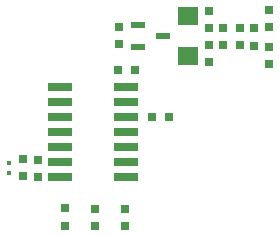
<source format=gtp>
G04*
G04 #@! TF.GenerationSoftware,Altium Limited,Altium Designer,20.0.13 (296)*
G04*
G04 Layer_Color=8421504*
%FSLAX25Y25*%
%MOIN*%
G70*
G01*
G75*
%ADD18R,0.02953X0.03150*%
%ADD19R,0.03150X0.02953*%
%ADD20R,0.05118X0.02362*%
%ADD21R,0.07000X0.06400*%
%ADD22R,0.08000X0.02600*%
%ADD23R,0.01772X0.01772*%
D18*
X553646Y222000D02*
D03*
X559354D02*
D03*
X547854Y237500D02*
D03*
X542146D02*
D03*
X582854Y251500D02*
D03*
X577146D02*
D03*
X582854Y246000D02*
D03*
X577146D02*
D03*
D19*
X544500Y185646D02*
D03*
Y191354D02*
D03*
X534500D02*
D03*
Y185646D02*
D03*
X524500Y185791D02*
D03*
Y191500D02*
D03*
X592500Y252000D02*
D03*
Y257709D02*
D03*
X572500Y251500D02*
D03*
Y257209D02*
D03*
X587500Y251500D02*
D03*
Y245791D02*
D03*
X542500Y251854D02*
D03*
Y246146D02*
D03*
X592500Y245354D02*
D03*
Y239646D02*
D03*
X572500Y246000D02*
D03*
Y240291D02*
D03*
X515500Y202000D02*
D03*
Y207709D02*
D03*
X510500Y202146D02*
D03*
Y207854D02*
D03*
D20*
X557134Y249000D02*
D03*
X548866Y245260D02*
D03*
Y252740D02*
D03*
D21*
X565500Y255700D02*
D03*
Y242300D02*
D03*
D22*
X545000Y202000D02*
D03*
Y207000D02*
D03*
Y212000D02*
D03*
X523000Y202000D02*
D03*
Y207000D02*
D03*
Y212000D02*
D03*
X545000Y217000D02*
D03*
Y222000D02*
D03*
Y227000D02*
D03*
X523000Y222000D02*
D03*
Y227000D02*
D03*
Y232000D02*
D03*
X545000D02*
D03*
X523000Y217000D02*
D03*
D23*
X506000Y203350D02*
D03*
Y206500D02*
D03*
M02*

</source>
